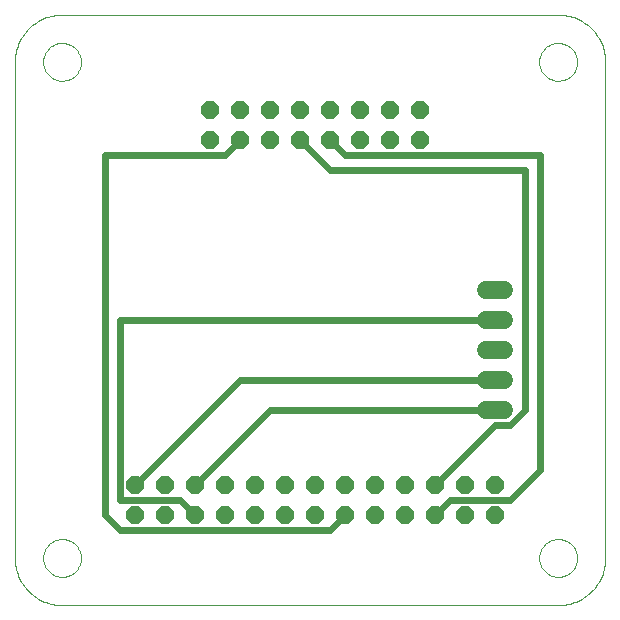
<source format=gbl>
G75*
%MOIN*%
%OFA0B0*%
%FSLAX24Y24*%
%IPPOS*%
%LPD*%
%AMOC8*
5,1,8,0,0,1.08239X$1,22.5*
%
%ADD10OC8,0.0600*%
%ADD11C,0.0000*%
%ADD12C,0.0600*%
%ADD13C,0.0240*%
D10*
X009612Y006416D03*
X010612Y006416D03*
X010612Y007416D03*
X009612Y007416D03*
X011612Y007416D03*
X012612Y007416D03*
X013612Y007416D03*
X014612Y007416D03*
X015612Y007416D03*
X016612Y007416D03*
X017612Y007416D03*
X018612Y007416D03*
X019612Y007416D03*
X020612Y007416D03*
X021612Y007416D03*
X021612Y006416D03*
X020612Y006416D03*
X019612Y006416D03*
X018612Y006416D03*
X017612Y006416D03*
X016612Y006416D03*
X015612Y006416D03*
X014612Y006416D03*
X013612Y006416D03*
X012612Y006416D03*
X011612Y006416D03*
X012112Y018916D03*
X012112Y019916D03*
X013112Y019916D03*
X014112Y019916D03*
X015112Y019916D03*
X016112Y019916D03*
X017112Y019916D03*
X018112Y019916D03*
X019112Y019916D03*
X019112Y018916D03*
X018112Y018916D03*
X017112Y018916D03*
X016112Y018916D03*
X015112Y018916D03*
X014112Y018916D03*
X013112Y018916D03*
D11*
X005612Y021526D02*
X005612Y004990D01*
X006557Y004990D02*
X006559Y005040D01*
X006565Y005090D01*
X006575Y005139D01*
X006589Y005187D01*
X006606Y005234D01*
X006627Y005279D01*
X006652Y005323D01*
X006680Y005364D01*
X006712Y005403D01*
X006746Y005440D01*
X006783Y005474D01*
X006823Y005504D01*
X006865Y005531D01*
X006909Y005555D01*
X006955Y005576D01*
X007002Y005592D01*
X007050Y005605D01*
X007100Y005614D01*
X007149Y005619D01*
X007200Y005620D01*
X007250Y005617D01*
X007299Y005610D01*
X007348Y005599D01*
X007396Y005584D01*
X007442Y005566D01*
X007487Y005544D01*
X007530Y005518D01*
X007571Y005489D01*
X007610Y005457D01*
X007646Y005422D01*
X007678Y005384D01*
X007708Y005344D01*
X007735Y005301D01*
X007758Y005257D01*
X007777Y005211D01*
X007793Y005163D01*
X007805Y005114D01*
X007813Y005065D01*
X007817Y005015D01*
X007817Y004965D01*
X007813Y004915D01*
X007805Y004866D01*
X007793Y004817D01*
X007777Y004769D01*
X007758Y004723D01*
X007735Y004679D01*
X007708Y004636D01*
X007678Y004596D01*
X007646Y004558D01*
X007610Y004523D01*
X007571Y004491D01*
X007530Y004462D01*
X007487Y004436D01*
X007442Y004414D01*
X007396Y004396D01*
X007348Y004381D01*
X007299Y004370D01*
X007250Y004363D01*
X007200Y004360D01*
X007149Y004361D01*
X007100Y004366D01*
X007050Y004375D01*
X007002Y004388D01*
X006955Y004404D01*
X006909Y004425D01*
X006865Y004449D01*
X006823Y004476D01*
X006783Y004506D01*
X006746Y004540D01*
X006712Y004577D01*
X006680Y004616D01*
X006652Y004657D01*
X006627Y004701D01*
X006606Y004746D01*
X006589Y004793D01*
X006575Y004841D01*
X006565Y004890D01*
X006559Y004940D01*
X006557Y004990D01*
X005612Y004990D02*
X005614Y004913D01*
X005620Y004836D01*
X005629Y004759D01*
X005642Y004683D01*
X005659Y004607D01*
X005680Y004533D01*
X005704Y004459D01*
X005732Y004387D01*
X005763Y004317D01*
X005798Y004248D01*
X005836Y004180D01*
X005877Y004115D01*
X005922Y004052D01*
X005970Y003991D01*
X006020Y003932D01*
X006073Y003876D01*
X006129Y003823D01*
X006188Y003773D01*
X006249Y003725D01*
X006312Y003680D01*
X006377Y003639D01*
X006445Y003601D01*
X006514Y003566D01*
X006584Y003535D01*
X006656Y003507D01*
X006730Y003483D01*
X006804Y003462D01*
X006880Y003445D01*
X006956Y003432D01*
X007033Y003423D01*
X007110Y003417D01*
X007187Y003415D01*
X007187Y003416D02*
X023722Y003416D01*
X023092Y004990D02*
X023094Y005040D01*
X023100Y005090D01*
X023110Y005139D01*
X023124Y005187D01*
X023141Y005234D01*
X023162Y005279D01*
X023187Y005323D01*
X023215Y005364D01*
X023247Y005403D01*
X023281Y005440D01*
X023318Y005474D01*
X023358Y005504D01*
X023400Y005531D01*
X023444Y005555D01*
X023490Y005576D01*
X023537Y005592D01*
X023585Y005605D01*
X023635Y005614D01*
X023684Y005619D01*
X023735Y005620D01*
X023785Y005617D01*
X023834Y005610D01*
X023883Y005599D01*
X023931Y005584D01*
X023977Y005566D01*
X024022Y005544D01*
X024065Y005518D01*
X024106Y005489D01*
X024145Y005457D01*
X024181Y005422D01*
X024213Y005384D01*
X024243Y005344D01*
X024270Y005301D01*
X024293Y005257D01*
X024312Y005211D01*
X024328Y005163D01*
X024340Y005114D01*
X024348Y005065D01*
X024352Y005015D01*
X024352Y004965D01*
X024348Y004915D01*
X024340Y004866D01*
X024328Y004817D01*
X024312Y004769D01*
X024293Y004723D01*
X024270Y004679D01*
X024243Y004636D01*
X024213Y004596D01*
X024181Y004558D01*
X024145Y004523D01*
X024106Y004491D01*
X024065Y004462D01*
X024022Y004436D01*
X023977Y004414D01*
X023931Y004396D01*
X023883Y004381D01*
X023834Y004370D01*
X023785Y004363D01*
X023735Y004360D01*
X023684Y004361D01*
X023635Y004366D01*
X023585Y004375D01*
X023537Y004388D01*
X023490Y004404D01*
X023444Y004425D01*
X023400Y004449D01*
X023358Y004476D01*
X023318Y004506D01*
X023281Y004540D01*
X023247Y004577D01*
X023215Y004616D01*
X023187Y004657D01*
X023162Y004701D01*
X023141Y004746D01*
X023124Y004793D01*
X023110Y004841D01*
X023100Y004890D01*
X023094Y004940D01*
X023092Y004990D01*
X023722Y003415D02*
X023799Y003417D01*
X023876Y003423D01*
X023953Y003432D01*
X024029Y003445D01*
X024105Y003462D01*
X024179Y003483D01*
X024253Y003507D01*
X024325Y003535D01*
X024395Y003566D01*
X024464Y003601D01*
X024532Y003639D01*
X024597Y003680D01*
X024660Y003725D01*
X024721Y003773D01*
X024780Y003823D01*
X024836Y003876D01*
X024889Y003932D01*
X024939Y003991D01*
X024987Y004052D01*
X025032Y004115D01*
X025073Y004180D01*
X025111Y004248D01*
X025146Y004317D01*
X025177Y004387D01*
X025205Y004459D01*
X025229Y004533D01*
X025250Y004607D01*
X025267Y004683D01*
X025280Y004759D01*
X025289Y004836D01*
X025295Y004913D01*
X025297Y004990D01*
X025297Y021526D01*
X023092Y021526D02*
X023094Y021576D01*
X023100Y021626D01*
X023110Y021675D01*
X023124Y021723D01*
X023141Y021770D01*
X023162Y021815D01*
X023187Y021859D01*
X023215Y021900D01*
X023247Y021939D01*
X023281Y021976D01*
X023318Y022010D01*
X023358Y022040D01*
X023400Y022067D01*
X023444Y022091D01*
X023490Y022112D01*
X023537Y022128D01*
X023585Y022141D01*
X023635Y022150D01*
X023684Y022155D01*
X023735Y022156D01*
X023785Y022153D01*
X023834Y022146D01*
X023883Y022135D01*
X023931Y022120D01*
X023977Y022102D01*
X024022Y022080D01*
X024065Y022054D01*
X024106Y022025D01*
X024145Y021993D01*
X024181Y021958D01*
X024213Y021920D01*
X024243Y021880D01*
X024270Y021837D01*
X024293Y021793D01*
X024312Y021747D01*
X024328Y021699D01*
X024340Y021650D01*
X024348Y021601D01*
X024352Y021551D01*
X024352Y021501D01*
X024348Y021451D01*
X024340Y021402D01*
X024328Y021353D01*
X024312Y021305D01*
X024293Y021259D01*
X024270Y021215D01*
X024243Y021172D01*
X024213Y021132D01*
X024181Y021094D01*
X024145Y021059D01*
X024106Y021027D01*
X024065Y020998D01*
X024022Y020972D01*
X023977Y020950D01*
X023931Y020932D01*
X023883Y020917D01*
X023834Y020906D01*
X023785Y020899D01*
X023735Y020896D01*
X023684Y020897D01*
X023635Y020902D01*
X023585Y020911D01*
X023537Y020924D01*
X023490Y020940D01*
X023444Y020961D01*
X023400Y020985D01*
X023358Y021012D01*
X023318Y021042D01*
X023281Y021076D01*
X023247Y021113D01*
X023215Y021152D01*
X023187Y021193D01*
X023162Y021237D01*
X023141Y021282D01*
X023124Y021329D01*
X023110Y021377D01*
X023100Y021426D01*
X023094Y021476D01*
X023092Y021526D01*
X023722Y023101D02*
X023799Y023099D01*
X023876Y023093D01*
X023953Y023084D01*
X024029Y023071D01*
X024105Y023054D01*
X024179Y023033D01*
X024253Y023009D01*
X024325Y022981D01*
X024395Y022950D01*
X024464Y022915D01*
X024532Y022877D01*
X024597Y022836D01*
X024660Y022791D01*
X024721Y022743D01*
X024780Y022693D01*
X024836Y022640D01*
X024889Y022584D01*
X024939Y022525D01*
X024987Y022464D01*
X025032Y022401D01*
X025073Y022336D01*
X025111Y022268D01*
X025146Y022199D01*
X025177Y022129D01*
X025205Y022057D01*
X025229Y021983D01*
X025250Y021909D01*
X025267Y021833D01*
X025280Y021757D01*
X025289Y021680D01*
X025295Y021603D01*
X025297Y021526D01*
X023722Y023101D02*
X007187Y023101D01*
X006557Y021526D02*
X006559Y021576D01*
X006565Y021626D01*
X006575Y021675D01*
X006589Y021723D01*
X006606Y021770D01*
X006627Y021815D01*
X006652Y021859D01*
X006680Y021900D01*
X006712Y021939D01*
X006746Y021976D01*
X006783Y022010D01*
X006823Y022040D01*
X006865Y022067D01*
X006909Y022091D01*
X006955Y022112D01*
X007002Y022128D01*
X007050Y022141D01*
X007100Y022150D01*
X007149Y022155D01*
X007200Y022156D01*
X007250Y022153D01*
X007299Y022146D01*
X007348Y022135D01*
X007396Y022120D01*
X007442Y022102D01*
X007487Y022080D01*
X007530Y022054D01*
X007571Y022025D01*
X007610Y021993D01*
X007646Y021958D01*
X007678Y021920D01*
X007708Y021880D01*
X007735Y021837D01*
X007758Y021793D01*
X007777Y021747D01*
X007793Y021699D01*
X007805Y021650D01*
X007813Y021601D01*
X007817Y021551D01*
X007817Y021501D01*
X007813Y021451D01*
X007805Y021402D01*
X007793Y021353D01*
X007777Y021305D01*
X007758Y021259D01*
X007735Y021215D01*
X007708Y021172D01*
X007678Y021132D01*
X007646Y021094D01*
X007610Y021059D01*
X007571Y021027D01*
X007530Y020998D01*
X007487Y020972D01*
X007442Y020950D01*
X007396Y020932D01*
X007348Y020917D01*
X007299Y020906D01*
X007250Y020899D01*
X007200Y020896D01*
X007149Y020897D01*
X007100Y020902D01*
X007050Y020911D01*
X007002Y020924D01*
X006955Y020940D01*
X006909Y020961D01*
X006865Y020985D01*
X006823Y021012D01*
X006783Y021042D01*
X006746Y021076D01*
X006712Y021113D01*
X006680Y021152D01*
X006652Y021193D01*
X006627Y021237D01*
X006606Y021282D01*
X006589Y021329D01*
X006575Y021377D01*
X006565Y021426D01*
X006559Y021476D01*
X006557Y021526D01*
X005612Y021526D02*
X005614Y021603D01*
X005620Y021680D01*
X005629Y021757D01*
X005642Y021833D01*
X005659Y021909D01*
X005680Y021983D01*
X005704Y022057D01*
X005732Y022129D01*
X005763Y022199D01*
X005798Y022268D01*
X005836Y022336D01*
X005877Y022401D01*
X005922Y022464D01*
X005970Y022525D01*
X006020Y022584D01*
X006073Y022640D01*
X006129Y022693D01*
X006188Y022743D01*
X006249Y022791D01*
X006312Y022836D01*
X006377Y022877D01*
X006445Y022915D01*
X006514Y022950D01*
X006584Y022981D01*
X006656Y023009D01*
X006730Y023033D01*
X006804Y023054D01*
X006880Y023071D01*
X006956Y023084D01*
X007033Y023093D01*
X007110Y023099D01*
X007187Y023101D01*
D12*
X021312Y013916D02*
X021912Y013916D01*
X021912Y012916D02*
X021312Y012916D01*
X021312Y011916D02*
X021912Y011916D01*
X021912Y010916D02*
X021312Y010916D01*
X021312Y009916D02*
X021912Y009916D01*
D13*
X021612Y009916D02*
X014112Y009916D01*
X011612Y007416D01*
X011112Y006916D02*
X009112Y006916D01*
X009112Y012916D01*
X021612Y012916D01*
X021612Y010916D02*
X013112Y010916D01*
X009612Y007416D01*
X008612Y006416D02*
X008612Y018416D01*
X012612Y018416D01*
X013112Y018916D01*
X015112Y018916D02*
X016112Y017916D01*
X022612Y017916D01*
X022612Y009916D01*
X022112Y009416D01*
X021612Y009416D01*
X019612Y007416D01*
X020112Y006916D02*
X022112Y006916D01*
X023112Y007916D01*
X023112Y018416D01*
X016612Y018416D01*
X016112Y018916D01*
X020112Y006916D02*
X019612Y006416D01*
X016612Y006416D02*
X016112Y005916D01*
X009112Y005916D01*
X008612Y006416D01*
X011112Y006916D02*
X011612Y006416D01*
M02*

</source>
